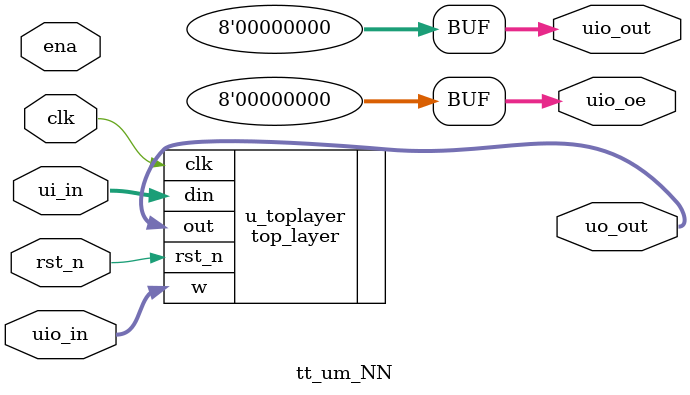
<source format=v>
/*
 * Copyright (c) 2024 Linyang Lee
 * SPDX-License-Identifier: Apache-2.0
 */

`default_nettype none

module tt_um_NN (
    input signed [7:0] ui_in,              // din, 8-bit data path; din
    input signed [7:0] uio_in,             // w, 8-bit data path; IOs; weight, w 
    output signed [7:0] uo_out,            // outreg, output; sum 
    output [7:0] uio_out,           // Output; IOs
    output [7:0] uio_oe,            // IOs: Enable path (active high: 0=input, 1=output)
    input  ena,                     // always 1 when the design is powered, so you can ignore it
    input  clk,                     // clock
    input  rst_n                    // reset_n - low to reset
);
  

    // Assign output pins
    assign uio_out = 0; 
    assign uio_oe  = 0;

    // Instantiate the neuron module
    top_layer u_toplayer (
        .clk(clk),
        .rst_n(rst_n),
        .din(ui_in),
        .w(uio_in),                         
        .out(uo_out)
    );

endmodule
</source>
